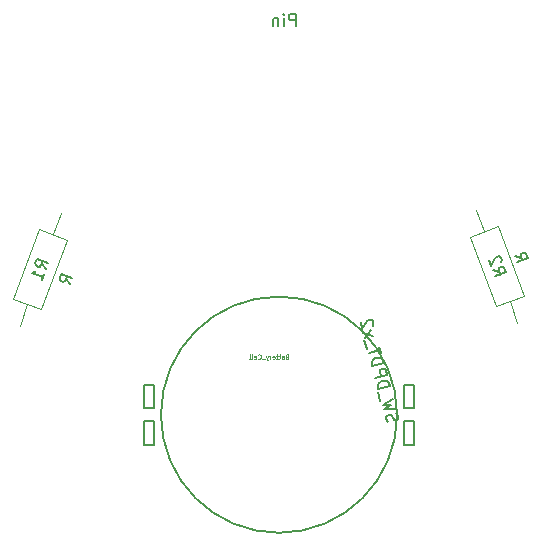
<source format=gbr>
%TF.GenerationSoftware,KiCad,Pcbnew,5.1.10*%
%TF.CreationDate,2021-09-11T14:13:10+02:00*%
%TF.ProjectId,seegeist,73656567-6569-4737-942e-6b696361645f,rev?*%
%TF.SameCoordinates,Original*%
%TF.FileFunction,Other,Fab,Bot*%
%FSLAX46Y46*%
G04 Gerber Fmt 4.6, Leading zero omitted, Abs format (unit mm)*
G04 Created by KiCad (PCBNEW 5.1.10) date 2021-09-11 14:13:10*
%MOMM*%
%LPD*%
G01*
G04 APERTURE LIST*
%ADD10C,0.203200*%
%ADD11C,0.100000*%
%ADD12C,0.150000*%
%ADD13C,0.030886*%
G04 APERTURE END LIST*
D10*
%TO.C,BT1*%
X55161200Y-57251600D02*
G75*
G03*
X55161200Y-57251600I-10000000J0D01*
G01*
X34611200Y-54701600D02*
X34611200Y-56701600D01*
X34611200Y-57801600D02*
X34611200Y-59801600D01*
X55711200Y-54701600D02*
X55711200Y-56701600D01*
X55711200Y-57801600D02*
X55711200Y-59801600D01*
X34611200Y-54701600D02*
X33711200Y-54701600D01*
X33711200Y-54701600D02*
X33711200Y-56701600D01*
X33711200Y-56701600D02*
X34611200Y-56701600D01*
X34611200Y-57801600D02*
X33711200Y-57801600D01*
X33711200Y-57801600D02*
X33711200Y-59801600D01*
X33711200Y-59801600D02*
X34611200Y-59801600D01*
X55711200Y-59801600D02*
X56611200Y-59801600D01*
X56611200Y-59801600D02*
X56611200Y-57801600D01*
X56611200Y-57801600D02*
X55711200Y-57801600D01*
X55711200Y-56701600D02*
X56611200Y-56701600D01*
X56611200Y-56701600D02*
X56611200Y-54701600D01*
X56611200Y-54701600D02*
X55711200Y-54701600D01*
D11*
%TO.C,R1*%
X24835285Y-41568882D02*
X27184517Y-42423932D01*
X27184517Y-42423932D02*
X25029790Y-48343995D01*
X25029790Y-48343995D02*
X22680558Y-47488945D01*
X22680558Y-47488945D02*
X24835285Y-41568882D01*
X26670000Y-40182800D02*
X26009901Y-41996407D01*
X23195075Y-49730077D02*
X23855174Y-47916470D01*
%TO.C,R2*%
X65349325Y-49476077D02*
X64689226Y-47662470D01*
X61874400Y-39928800D02*
X62534499Y-41742407D01*
X63514610Y-48089995D02*
X61359883Y-42169932D01*
X65863842Y-47234945D02*
X63514610Y-48089995D01*
X63709115Y-41314882D02*
X65863842Y-47234945D01*
X61359883Y-42169932D02*
X63709115Y-41314882D01*
%TD*%
%TO.C,*%
D12*
X46570780Y-24320380D02*
X46570780Y-23320380D01*
X46189828Y-23320380D01*
X46094590Y-23368000D01*
X46046971Y-23415619D01*
X45999352Y-23510857D01*
X45999352Y-23653714D01*
X46046971Y-23748952D01*
X46094590Y-23796571D01*
X46189828Y-23844190D01*
X46570780Y-23844190D01*
X45570780Y-24320380D02*
X45570780Y-23653714D01*
X45570780Y-23320380D02*
X45618399Y-23368000D01*
X45570780Y-23415619D01*
X45523161Y-23368000D01*
X45570780Y-23320380D01*
X45570780Y-23415619D01*
X45094590Y-23653714D02*
X45094590Y-24320380D01*
X45094590Y-23748952D02*
X45046971Y-23701333D01*
X44951733Y-23653714D01*
X44808876Y-23653714D01*
X44713638Y-23701333D01*
X44666019Y-23796571D01*
X44666019Y-24320380D01*
%TO.C,BT1*%
D13*
X45809506Y-52331982D02*
X45754352Y-52350367D01*
X45735967Y-52368752D01*
X45717583Y-52405521D01*
X45717583Y-52460676D01*
X45735967Y-52497445D01*
X45754352Y-52515830D01*
X45791122Y-52534215D01*
X45938200Y-52534215D01*
X45938200Y-52148135D01*
X45809506Y-52148135D01*
X45772737Y-52166520D01*
X45754352Y-52184904D01*
X45735967Y-52221674D01*
X45735967Y-52258443D01*
X45754352Y-52295213D01*
X45772737Y-52313598D01*
X45809506Y-52331982D01*
X45938200Y-52331982D01*
X45386657Y-52534215D02*
X45386657Y-52331982D01*
X45405042Y-52295213D01*
X45441811Y-52276828D01*
X45515350Y-52276828D01*
X45552120Y-52295213D01*
X45386657Y-52515830D02*
X45423426Y-52534215D01*
X45515350Y-52534215D01*
X45552120Y-52515830D01*
X45570505Y-52479060D01*
X45570505Y-52442291D01*
X45552120Y-52405521D01*
X45515350Y-52387137D01*
X45423426Y-52387137D01*
X45386657Y-52368752D01*
X45257964Y-52276828D02*
X45110886Y-52276828D01*
X45202809Y-52148135D02*
X45202809Y-52479060D01*
X45184425Y-52515830D01*
X45147655Y-52534215D01*
X45110886Y-52534215D01*
X45037346Y-52276828D02*
X44890268Y-52276828D01*
X44982192Y-52148135D02*
X44982192Y-52479060D01*
X44963807Y-52515830D01*
X44927038Y-52534215D01*
X44890268Y-52534215D01*
X44614497Y-52515830D02*
X44651266Y-52534215D01*
X44724806Y-52534215D01*
X44761575Y-52515830D01*
X44779960Y-52479060D01*
X44779960Y-52331982D01*
X44761575Y-52295213D01*
X44724806Y-52276828D01*
X44651266Y-52276828D01*
X44614497Y-52295213D01*
X44596112Y-52331982D01*
X44596112Y-52368752D01*
X44779960Y-52405521D01*
X44430649Y-52534215D02*
X44430649Y-52276828D01*
X44430649Y-52350367D02*
X44412265Y-52313598D01*
X44393880Y-52295213D01*
X44357110Y-52276828D01*
X44320341Y-52276828D01*
X44228417Y-52276828D02*
X44136493Y-52534215D01*
X44044569Y-52276828D02*
X44136493Y-52534215D01*
X44173263Y-52626139D01*
X44191647Y-52644523D01*
X44228417Y-52662908D01*
X43989415Y-52570984D02*
X43695259Y-52570984D01*
X43382718Y-52497445D02*
X43401103Y-52515830D01*
X43456257Y-52534215D01*
X43493026Y-52534215D01*
X43548181Y-52515830D01*
X43584950Y-52479060D01*
X43603335Y-52442291D01*
X43621720Y-52368752D01*
X43621720Y-52313598D01*
X43603335Y-52240059D01*
X43584950Y-52203289D01*
X43548181Y-52166520D01*
X43493026Y-52148135D01*
X43456257Y-52148135D01*
X43401103Y-52166520D01*
X43382718Y-52184904D01*
X43070177Y-52515830D02*
X43106946Y-52534215D01*
X43180486Y-52534215D01*
X43217255Y-52515830D01*
X43235640Y-52479060D01*
X43235640Y-52331982D01*
X43217255Y-52295213D01*
X43180486Y-52276828D01*
X43106946Y-52276828D01*
X43070177Y-52295213D01*
X43051792Y-52331982D01*
X43051792Y-52368752D01*
X43235640Y-52405521D01*
X42831175Y-52534215D02*
X42867945Y-52515830D01*
X42886329Y-52479060D01*
X42886329Y-52148135D01*
X42628943Y-52534215D02*
X42665712Y-52515830D01*
X42684097Y-52479060D01*
X42684097Y-52148135D01*
%TO.C,R1*%
D12*
X27478844Y-46212606D02*
X27145378Y-45736509D01*
X27674284Y-45675639D02*
X26734592Y-45333619D01*
X26604298Y-45691597D01*
X26616472Y-45797378D01*
X26644933Y-45858412D01*
X26718141Y-45935733D01*
X26852382Y-45984593D01*
X26958164Y-45972419D01*
X27019198Y-45943958D01*
X27096518Y-45870750D01*
X27226812Y-45512772D01*
X25414640Y-44954546D02*
X25081174Y-44478449D01*
X25610080Y-44417579D02*
X24670387Y-44075559D01*
X24540094Y-44433537D01*
X24552268Y-44539318D01*
X24580728Y-44600352D01*
X24653936Y-44677673D01*
X24788178Y-44726533D01*
X24893959Y-44714359D01*
X24954993Y-44685899D01*
X25032314Y-44612691D01*
X25162607Y-44254713D01*
X25088906Y-45849492D02*
X25284347Y-45312525D01*
X25186626Y-45581008D02*
X24246934Y-45238988D01*
X24413749Y-45198354D01*
X24535817Y-45141432D01*
X24613137Y-45068225D01*
%TO.C,R2*%
X65102637Y-43805866D02*
X65664116Y-43956230D01*
X65298077Y-44342833D02*
X66237770Y-44000813D01*
X66107476Y-43642835D01*
X66030156Y-43569627D01*
X65969122Y-43541166D01*
X65863341Y-43528992D01*
X65729099Y-43577852D01*
X65655891Y-43655173D01*
X65627430Y-43716207D01*
X65615256Y-43821988D01*
X65745550Y-44179966D01*
X63243766Y-45013777D02*
X63805245Y-45164141D01*
X63439206Y-45550745D02*
X64378899Y-45208724D01*
X64248605Y-44850746D01*
X64171285Y-44777538D01*
X64110251Y-44749078D01*
X64004469Y-44736904D01*
X63870228Y-44785764D01*
X63797020Y-44863085D01*
X63768559Y-44924118D01*
X63756385Y-45029900D01*
X63886679Y-45387878D01*
X63963671Y-44346352D02*
X63992131Y-44285318D01*
X64004305Y-44179537D01*
X63922872Y-43955801D01*
X63845551Y-43882593D01*
X63784517Y-43854132D01*
X63678736Y-43841959D01*
X63589241Y-43874532D01*
X63471286Y-43968139D01*
X63129759Y-44700546D01*
X62918032Y-44118832D01*
%TO.C,SW1*%
X54380348Y-57872801D02*
X54297378Y-57747136D01*
X54235754Y-57517154D01*
X54257101Y-57412836D01*
X54290773Y-57354515D01*
X54370441Y-57283869D01*
X54462434Y-57259219D01*
X54566752Y-57280566D01*
X54625073Y-57314238D01*
X54695719Y-57393906D01*
X54791014Y-57565568D01*
X54861660Y-57645236D01*
X54919981Y-57678908D01*
X55024299Y-57700255D01*
X55116292Y-57675605D01*
X55195960Y-57604959D01*
X55229632Y-57546638D01*
X55250979Y-57442320D01*
X55189355Y-57212338D01*
X55106385Y-57086673D01*
X55066108Y-56752373D02*
X54038559Y-56781210D01*
X54679207Y-56412354D01*
X53939961Y-56413238D01*
X54844263Y-55924437D01*
X53749370Y-56069916D02*
X53552175Y-55333973D01*
X53582544Y-55079341D02*
X54548470Y-54820522D01*
X54486847Y-54590539D01*
X54403876Y-54464875D01*
X54287234Y-54397531D01*
X54182916Y-54376184D01*
X53986605Y-54379487D01*
X53848616Y-54416461D01*
X53676955Y-54511756D01*
X53597287Y-54582402D01*
X53529943Y-54699044D01*
X53520921Y-54849358D01*
X53582544Y-55079341D01*
X53323725Y-54113415D02*
X54289651Y-53854596D01*
X54191053Y-53486624D01*
X54120407Y-53406956D01*
X54062086Y-53373284D01*
X53957769Y-53351937D01*
X53819779Y-53388911D01*
X53740111Y-53459557D01*
X53706439Y-53517878D01*
X53685092Y-53622196D01*
X53783690Y-53990168D01*
X53064906Y-53147489D02*
X54030832Y-52888670D01*
X53969208Y-52658688D01*
X53886238Y-52533023D01*
X53769595Y-52465680D01*
X53665278Y-52444333D01*
X53468967Y-52447635D01*
X53330978Y-52484609D01*
X53159317Y-52579904D01*
X53079648Y-52650550D01*
X53012305Y-52767193D01*
X53003283Y-52917507D01*
X53064906Y-53147489D01*
X53808987Y-52060734D02*
X53661091Y-51508776D01*
X52769113Y-52043574D02*
X53735039Y-51784755D01*
X52578522Y-51700252D02*
X52381327Y-50964308D01*
X52436346Y-50801669D02*
X52944724Y-50123162D01*
X53080296Y-50629123D02*
X52300774Y-50295708D01*
X53088434Y-49739563D02*
X53122105Y-49681242D01*
X53143452Y-49576924D01*
X53081829Y-49346942D01*
X53011183Y-49267274D01*
X52952862Y-49233602D01*
X52848544Y-49212255D01*
X52756551Y-49236905D01*
X52630886Y-49319875D01*
X52226825Y-50019729D01*
X52066604Y-49421775D01*
%TD*%
M02*

</source>
